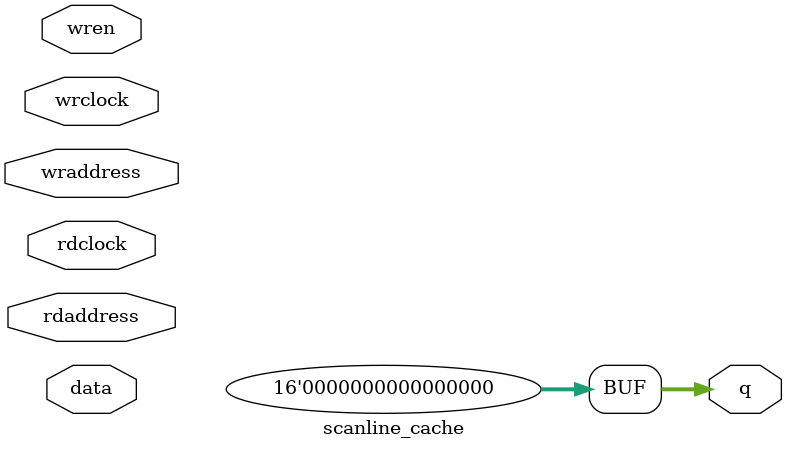
<source format=v>
module scanline_cache(	// file.cleaned.mlir:2:3
  input  [15:0] data,	// file.cleaned.mlir:2:32
  input  [10:0] rdaddress,	// file.cleaned.mlir:2:48
  input         rdclock,	// file.cleaned.mlir:2:69
  input  [10:0] wraddress,	// file.cleaned.mlir:2:87
  input         wrclock,	// file.cleaned.mlir:2:108
                wren,	// file.cleaned.mlir:2:126
  output [15:0] q	// file.cleaned.mlir:2:142
);

  assign q = 16'h0;	// file.cleaned.mlir:3:15, :4:5
endmodule


</source>
